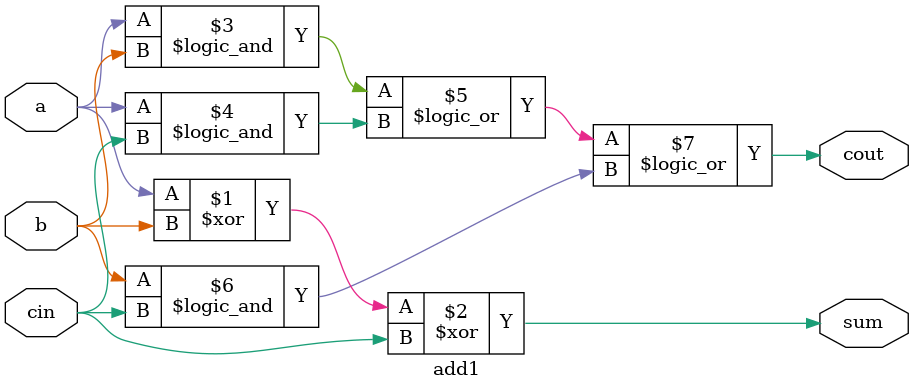
<source format=v>
/*

Assume that you have two 8-bit 2's complement numbers, a[7:0] and b[7:0]. These numbers are added to produce s[7:0]. 
Also compute whether a (signed) overflow has occurred.

Module Declaration
module top_module (
    input [7:0] a,
    input [7:0] b,
    output [7:0] s,
    output overflow
); 

*/



module top_module (
    input [7:0] a,
    input [7:0] b,
    output [7:0] s,
    output overflow
);
 
    wire[7:0] carry_outs;

    add1 adders [7:0] (
        .a(a), .b(b), .cin({carry_outs[6:0], 1'b0}), .cout(carry_outs), .sum(s)
    );

    // overflow : adding two positive numbers resulted in negative number
    //       or : adding two negative numbers resulted in positive number
    assign overflow = (!a[7] && !b[7] && s[7]) || (a[7] && b[7] && !s[7]);
    
    

endmodule



module add1( 
    input a, b, cin,
    output cout, sum );

    assign sum = a ^ b ^ cin;
    assign cout = (a && b) || (a && cin) || (b && cin);

endmodule




</source>
